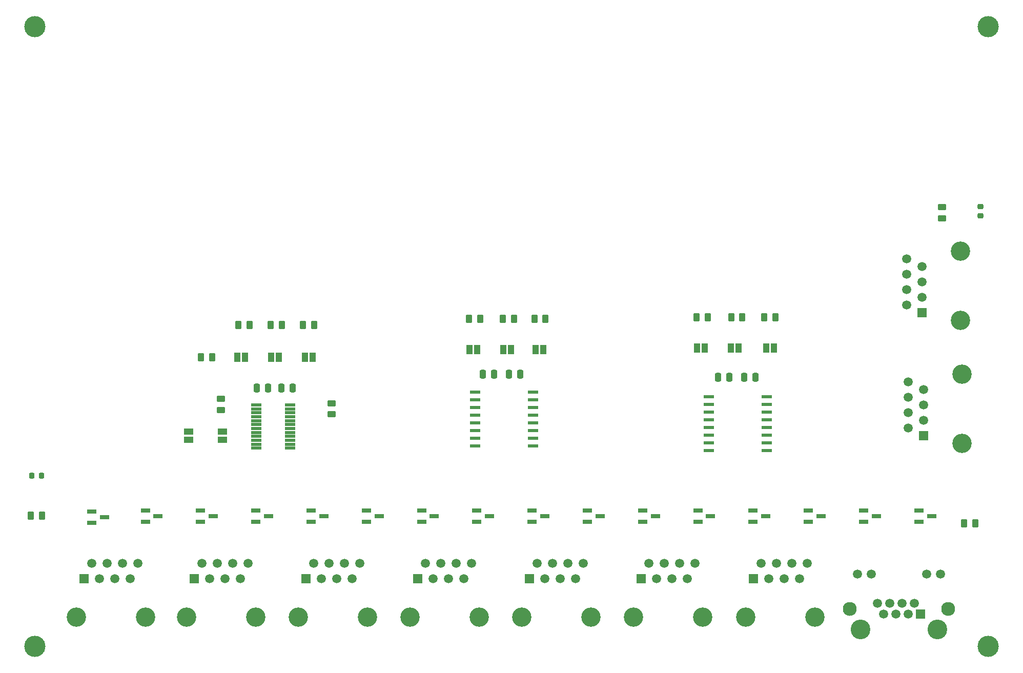
<source format=gbr>
%TF.GenerationSoftware,KiCad,Pcbnew,7.0.9*%
%TF.CreationDate,2024-04-09T00:56:21-04:00*%
%TF.ProjectId,WIRED-I2C-Shield-revA4,57495245-442d-4493-9243-2d536869656c,RevA4*%
%TF.SameCoordinates,Original*%
%TF.FileFunction,Soldermask,Top*%
%TF.FilePolarity,Negative*%
%FSLAX46Y46*%
G04 Gerber Fmt 4.6, Leading zero omitted, Abs format (unit mm)*
G04 Created by KiCad (PCBNEW 7.0.9) date 2024-04-09 00:56:21*
%MOMM*%
%LPD*%
G01*
G04 APERTURE LIST*
G04 Aperture macros list*
%AMRoundRect*
0 Rectangle with rounded corners*
0 $1 Rounding radius*
0 $2 $3 $4 $5 $6 $7 $8 $9 X,Y pos of 4 corners*
0 Add a 4 corners polygon primitive as box body*
4,1,4,$2,$3,$4,$5,$6,$7,$8,$9,$2,$3,0*
0 Add four circle primitives for the rounded corners*
1,1,$1+$1,$2,$3*
1,1,$1+$1,$4,$5*
1,1,$1+$1,$6,$7*
1,1,$1+$1,$8,$9*
0 Add four rect primitives between the rounded corners*
20,1,$1+$1,$2,$3,$4,$5,0*
20,1,$1+$1,$4,$5,$6,$7,0*
20,1,$1+$1,$6,$7,$8,$9,0*
20,1,$1+$1,$8,$9,$2,$3,0*%
G04 Aperture macros list end*
%ADD10R,1.803400X0.533400*%
%ADD11C,3.200000*%
%ADD12R,1.500000X1.500000*%
%ADD13C,1.500000*%
%ADD14RoundRect,0.070000X-0.650000X-0.300000X0.650000X-0.300000X0.650000X0.300000X-0.650000X0.300000X0*%
%ADD15RoundRect,0.250000X-0.262500X-0.450000X0.262500X-0.450000X0.262500X0.450000X-0.262500X0.450000X0*%
%ADD16R,1.000000X1.500000*%
%ADD17C,3.500000*%
%ADD18RoundRect,0.250000X0.450000X-0.262500X0.450000X0.262500X-0.450000X0.262500X-0.450000X-0.262500X0*%
%ADD19RoundRect,0.250000X-0.250000X-0.475000X0.250000X-0.475000X0.250000X0.475000X-0.250000X0.475000X0*%
%ADD20C,3.250000*%
%ADD21C,2.300000*%
%ADD22RoundRect,0.218750X0.256250X-0.218750X0.256250X0.218750X-0.256250X0.218750X-0.256250X-0.218750X0*%
%ADD23R,1.500000X1.000000*%
%ADD24RoundRect,0.218750X-0.218750X-0.256250X0.218750X-0.256250X0.218750X0.256250X-0.218750X0.256250X0*%
%ADD25RoundRect,0.070000X-0.800000X0.150000X-0.800000X-0.150000X0.800000X-0.150000X0.800000X0.150000X0*%
G04 APERTURE END LIST*
D10*
%TO.C,U3*%
X183946800Y-89281000D03*
X183946800Y-90551000D03*
X183946800Y-91821000D03*
X183946800Y-93091000D03*
X183946800Y-94361000D03*
X183946800Y-95631000D03*
X183946800Y-96901000D03*
X183946800Y-98171000D03*
X193497200Y-98171000D03*
X193497200Y-96901000D03*
X193497200Y-95631000D03*
X193497200Y-94361000D03*
X193497200Y-93091000D03*
X193497200Y-91821000D03*
X193497200Y-90551000D03*
X193497200Y-89281000D03*
%TD*%
%TO.C,U1*%
X154889200Y-88519000D03*
X154889200Y-89789000D03*
X154889200Y-91059000D03*
X154889200Y-92329000D03*
X154889200Y-93599000D03*
X154889200Y-94869000D03*
X154889200Y-96139000D03*
X154889200Y-97409000D03*
X145338800Y-97409000D03*
X145338800Y-96139000D03*
X145338800Y-94869000D03*
X145338800Y-93599000D03*
X145338800Y-92329000D03*
X145338800Y-91059000D03*
X145338800Y-89789000D03*
X145338800Y-88519000D03*
%TD*%
D11*
%TO.C,J10*%
X225532000Y-65242500D03*
X225532000Y-76672500D03*
D12*
X219182000Y-75402500D03*
D13*
X216642000Y-74132500D03*
X219182000Y-72862500D03*
X216642000Y-71592500D03*
X219182000Y-70322500D03*
X216642000Y-69052500D03*
X219182000Y-67782500D03*
X216642000Y-66512500D03*
%TD*%
D11*
%TO.C,J9*%
X225786000Y-85562500D03*
X225786000Y-96992500D03*
D12*
X219436000Y-95722500D03*
D13*
X216896000Y-94452500D03*
X219436000Y-93182500D03*
X216896000Y-91912500D03*
X219436000Y-90642500D03*
X216896000Y-89372500D03*
X219436000Y-88102500D03*
X216896000Y-86832500D03*
%TD*%
D11*
%TO.C,J7*%
X201457500Y-125710000D03*
X190027500Y-125710000D03*
D12*
X191297500Y-119360000D03*
D13*
X192567500Y-116820000D03*
X193837500Y-119360000D03*
X195107500Y-116820000D03*
X196377500Y-119360000D03*
X197647500Y-116820000D03*
X198917500Y-119360000D03*
X200187500Y-116820000D03*
%TD*%
D11*
%TO.C,J6*%
X182988100Y-125710000D03*
X171558100Y-125710000D03*
D12*
X172828100Y-119360000D03*
D13*
X174098100Y-116820000D03*
X175368100Y-119360000D03*
X176638100Y-116820000D03*
X177908100Y-119360000D03*
X179178100Y-116820000D03*
X180448100Y-119360000D03*
X181718100Y-116820000D03*
%TD*%
D11*
%TO.C,J5*%
X164518600Y-125710000D03*
X153088600Y-125710000D03*
D12*
X154358600Y-119360000D03*
D13*
X155628600Y-116820000D03*
X156898600Y-119360000D03*
X158168600Y-116820000D03*
X159438600Y-119360000D03*
X160708600Y-116820000D03*
X161978600Y-119360000D03*
X163248600Y-116820000D03*
%TD*%
D11*
%TO.C,J4*%
X146049200Y-125710000D03*
X134619200Y-125710000D03*
D12*
X135889200Y-119360000D03*
D13*
X137159200Y-116820000D03*
X138429200Y-119360000D03*
X139699200Y-116820000D03*
X140969200Y-119360000D03*
X142239200Y-116820000D03*
X143509200Y-119360000D03*
X144779200Y-116820000D03*
%TD*%
D11*
%TO.C,J3*%
X127579800Y-125710000D03*
X116149800Y-125710000D03*
D12*
X117419800Y-119360000D03*
D13*
X118689800Y-116820000D03*
X119959800Y-119360000D03*
X121229800Y-116820000D03*
X122499800Y-119360000D03*
X123769800Y-116820000D03*
X125039800Y-119360000D03*
X126309800Y-116820000D03*
%TD*%
D11*
%TO.C,J2*%
X109110300Y-125710000D03*
X97680300Y-125710000D03*
D12*
X98950300Y-119360000D03*
D13*
X100220300Y-116820000D03*
X101490300Y-119360000D03*
X102760300Y-116820000D03*
X104030300Y-119360000D03*
X105300300Y-116820000D03*
X106570300Y-119360000D03*
X107840300Y-116820000D03*
%TD*%
D11*
%TO.C,J1*%
X90931200Y-125710000D03*
X79501200Y-125710000D03*
D12*
X80771200Y-119360000D03*
D13*
X82041200Y-116820000D03*
X83311200Y-119360000D03*
X84581200Y-116820000D03*
X85851200Y-119360000D03*
X87121200Y-116820000D03*
X88391200Y-119360000D03*
X89661200Y-116820000D03*
%TD*%
D14*
%TO.C,Q7*%
X136516400Y-108082000D03*
X136516400Y-109982000D03*
X138616400Y-109032000D03*
%TD*%
D15*
%TO.C,R11*%
X155147000Y-76454000D03*
X156972000Y-76454000D03*
%TD*%
D14*
%TO.C,Q3*%
X109135200Y-108082000D03*
X109135200Y-109982000D03*
X111235200Y-109032000D03*
%TD*%
D15*
%TO.C,R15*%
X226163500Y-110236000D03*
X227988500Y-110236000D03*
%TD*%
%TO.C,R14*%
X193143500Y-76200000D03*
X194968500Y-76200000D03*
%TD*%
D16*
%TO.C,JP11*%
X193406000Y-81280000D03*
X194706000Y-81280000D03*
%TD*%
D17*
%TO.C,H4*%
X72644000Y-130556000D03*
%TD*%
D15*
%TO.C,R8*%
X100076000Y-82804000D03*
X101901000Y-82804000D03*
%TD*%
D14*
%TO.C,Q9*%
X163897600Y-108082000D03*
X163897600Y-109982000D03*
X165997600Y-109032000D03*
%TD*%
D15*
%TO.C,R12*%
X181967500Y-76200000D03*
X183792500Y-76200000D03*
%TD*%
D16*
%TO.C,JP1*%
X106030000Y-82767000D03*
X107330000Y-82767000D03*
%TD*%
D14*
%TO.C,Q2*%
X82042000Y-108270000D03*
X82042000Y-110170000D03*
X84142000Y-109220000D03*
%TD*%
D18*
%TO.C,R5*%
X103378000Y-91515500D03*
X103378000Y-89690500D03*
%TD*%
D14*
%TO.C,Q8*%
X145643500Y-108082000D03*
X145643500Y-109982000D03*
X147743500Y-109032000D03*
%TD*%
%TO.C,Q10*%
X154770500Y-108082000D03*
X154770500Y-109982000D03*
X156870500Y-109032000D03*
%TD*%
D15*
%TO.C,R1*%
X106275500Y-77470000D03*
X108100500Y-77470000D03*
%TD*%
D18*
%TO.C,R6*%
X121666000Y-92202000D03*
X121666000Y-90377000D03*
%TD*%
D14*
%TO.C,Q11*%
X182151700Y-108082000D03*
X182151700Y-109982000D03*
X184251700Y-109032000D03*
%TD*%
D19*
%TO.C,C5*%
X185486000Y-86106000D03*
X187386000Y-86106000D03*
%TD*%
D14*
%TO.C,Q5*%
X127389300Y-108082000D03*
X127389300Y-109982000D03*
X129489300Y-109032000D03*
%TD*%
D16*
%TO.C,JP2*%
X111618000Y-82804000D03*
X112918000Y-82804000D03*
%TD*%
D15*
%TO.C,R9*%
X144375500Y-76454000D03*
X146200500Y-76454000D03*
%TD*%
D20*
%TO.C,J8*%
X221744000Y-127758000D03*
X209044000Y-127758000D03*
D12*
X218954000Y-125218000D03*
D13*
X217938000Y-123438000D03*
X216922000Y-125218000D03*
X215906000Y-123438000D03*
X214890000Y-125218000D03*
X213874000Y-123438000D03*
X212858000Y-125218000D03*
X211842000Y-123438000D03*
X222254000Y-118618000D03*
X219964000Y-118618000D03*
X210824000Y-118618000D03*
X208534000Y-118618000D03*
D21*
X223524000Y-124328000D03*
X207264000Y-124328000D03*
%TD*%
D22*
%TO.C,D1*%
X228854000Y-59461500D03*
X228854000Y-57886500D03*
%TD*%
D16*
%TO.C,JP6*%
X144421000Y-81534000D03*
X145721000Y-81534000D03*
%TD*%
D14*
%TO.C,Q14*%
X191278800Y-108082000D03*
X191278800Y-109982000D03*
X193378800Y-109032000D03*
%TD*%
D15*
%TO.C,R10*%
X149963500Y-76454000D03*
X151788500Y-76454000D03*
%TD*%
D14*
%TO.C,Q4*%
X100008100Y-108082000D03*
X100008100Y-109982000D03*
X102108100Y-109032000D03*
%TD*%
D16*
%TO.C,JP10*%
X187564000Y-81280000D03*
X188864000Y-81280000D03*
%TD*%
D14*
%TO.C,Q6*%
X118262300Y-108082000D03*
X118262300Y-109982000D03*
X120362300Y-109032000D03*
%TD*%
%TO.C,Q16*%
X209532900Y-108082000D03*
X209532900Y-109982000D03*
X211632900Y-109032000D03*
%TD*%
D19*
%TO.C,C3*%
X146624000Y-85598000D03*
X148524000Y-85598000D03*
%TD*%
D15*
%TO.C,R3*%
X116943500Y-77470000D03*
X118768500Y-77470000D03*
%TD*%
D19*
%TO.C,C1*%
X109286000Y-87884000D03*
X111186000Y-87884000D03*
%TD*%
D15*
%TO.C,R7*%
X71985500Y-108966000D03*
X73810500Y-108966000D03*
%TD*%
%TO.C,R13*%
X187647500Y-76200000D03*
X189472500Y-76200000D03*
%TD*%
D14*
%TO.C,Q1*%
X90881100Y-108082000D03*
X90881100Y-109982000D03*
X92981100Y-109032000D03*
%TD*%
D18*
%TO.C,R4*%
X222504000Y-59840500D03*
X222504000Y-58015500D03*
%TD*%
D17*
%TO.C,H2*%
X230124000Y-28194000D03*
%TD*%
D14*
%TO.C,Q15*%
X218660000Y-108082000D03*
X218660000Y-109982000D03*
X220760000Y-109032000D03*
%TD*%
D23*
%TO.C,JP4*%
X98044000Y-96408000D03*
X98044000Y-95108000D03*
%TD*%
D16*
%TO.C,JP7*%
X149972000Y-81534000D03*
X151272000Y-81534000D03*
%TD*%
D19*
%TO.C,C6*%
X189804000Y-86106000D03*
X191704000Y-86106000D03*
%TD*%
D14*
%TO.C,Q13*%
X200405900Y-108082000D03*
X200405900Y-109982000D03*
X202505900Y-109032000D03*
%TD*%
D24*
%TO.C,D2*%
X72110500Y-102362000D03*
X73685500Y-102362000D03*
%TD*%
D15*
%TO.C,R2*%
X111609500Y-77470000D03*
X113434500Y-77470000D03*
%TD*%
D23*
%TO.C,JP5*%
X103632000Y-96408000D03*
X103632000Y-95108000D03*
%TD*%
D17*
%TO.C,H3*%
X230124000Y-130556000D03*
%TD*%
D19*
%TO.C,C4*%
X150942000Y-85598000D03*
X152842000Y-85598000D03*
%TD*%
D14*
%TO.C,Q12*%
X173024700Y-108082000D03*
X173024700Y-109982000D03*
X175124700Y-109032000D03*
%TD*%
D25*
%TO.C,U2*%
X109214000Y-90659000D03*
X109214000Y-91309000D03*
X109214000Y-91959000D03*
X109214000Y-92609000D03*
X109214000Y-93259000D03*
X109214000Y-93909000D03*
X109214000Y-94559000D03*
X109214000Y-95209000D03*
X109214000Y-95859000D03*
X109214000Y-96509000D03*
X109214000Y-97159000D03*
X109214000Y-97809000D03*
X114814000Y-97809000D03*
X114814000Y-97159000D03*
X114814000Y-96509000D03*
X114814000Y-95859000D03*
X114814000Y-95209000D03*
X114814000Y-94559000D03*
X114814000Y-93909000D03*
X114814000Y-93259000D03*
X114814000Y-92609000D03*
X114814000Y-91959000D03*
X114814000Y-91309000D03*
X114814000Y-90659000D03*
%TD*%
D19*
%TO.C,C2*%
X113350000Y-87884000D03*
X115250000Y-87884000D03*
%TD*%
D16*
%TO.C,JP3*%
X117206000Y-82804000D03*
X118506000Y-82804000D03*
%TD*%
%TO.C,JP8*%
X155306000Y-81534000D03*
X156606000Y-81534000D03*
%TD*%
%TO.C,JP9*%
X181976000Y-81280000D03*
X183276000Y-81280000D03*
%TD*%
D17*
%TO.C,H1*%
X72644000Y-28194000D03*
%TD*%
M02*

</source>
